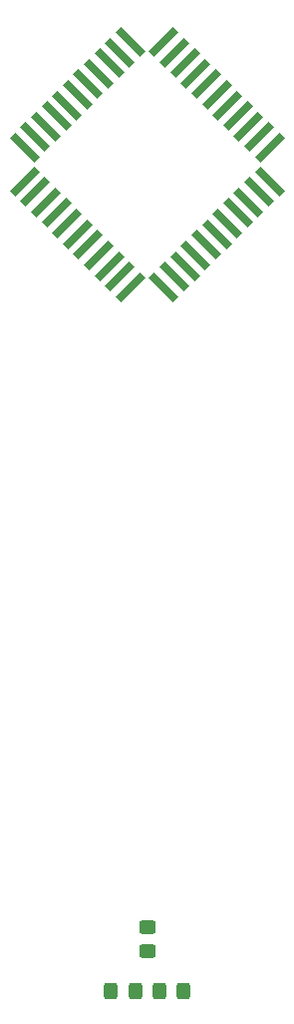
<source format=gbr>
G04 #@! TF.GenerationSoftware,KiCad,Pcbnew,6.0.9+dfsg-1*
G04 #@! TF.CreationDate,2022-12-29T08:22:08+02:00*
G04 #@! TF.ProjectId,ATF1502AS-EVB,41544631-3530-4324-9153-2d4556422e6b,rev?*
G04 #@! TF.SameCoordinates,PX75d6040PY9a0c090*
G04 #@! TF.FileFunction,Paste,Top*
G04 #@! TF.FilePolarity,Positive*
%FSLAX46Y46*%
G04 Gerber Fmt 4.6, Leading zero omitted, Abs format (unit mm)*
G04 Created by KiCad (PCBNEW 6.0.9+dfsg-1) date 2022-12-29 08:22:08*
%MOMM*%
%LPD*%
G01*
G04 APERTURE LIST*
G04 Aperture macros list*
%AMRoundRect*
0 Rectangle with rounded corners*
0 $1 Rounding radius*
0 $2 $3 $4 $5 $6 $7 $8 $9 X,Y pos of 4 corners*
0 Add a 4 corners polygon primitive as box body*
4,1,4,$2,$3,$4,$5,$6,$7,$8,$9,$2,$3,0*
0 Add four circle primitives for the rounded corners*
1,1,$1+$1,$2,$3*
1,1,$1+$1,$4,$5*
1,1,$1+$1,$6,$7*
1,1,$1+$1,$8,$9*
0 Add four rect primitives between the rounded corners*
20,1,$1+$1,$2,$3,$4,$5,0*
20,1,$1+$1,$4,$5,$6,$7,0*
20,1,$1+$1,$6,$7,$8,$9,0*
20,1,$1+$1,$8,$9,$2,$3,0*%
%AMRotRect*
0 Rectangle, with rotation*
0 The origin of the aperture is its center*
0 $1 length*
0 $2 width*
0 $3 Rotation angle, in degrees counterclockwise*
0 Add horizontal line*
21,1,$1,$2,0,0,$3*%
G04 Aperture macros list end*
%ADD10RoundRect,0.250000X0.325000X0.450000X-0.325000X0.450000X-0.325000X-0.450000X0.325000X-0.450000X0*%
%ADD11RoundRect,0.250000X0.450000X-0.325000X0.450000X0.325000X-0.450000X0.325000X-0.450000X-0.325000X0*%
%ADD12RoundRect,0.250000X-0.325000X-0.450000X0.325000X-0.450000X0.325000X0.450000X-0.325000X0.450000X0*%
%ADD13RotRect,0.700000X2.925000X315.000000*%
%ADD14RotRect,2.925000X0.700000X315.000000*%
G04 APERTURE END LIST*
D10*
X31768333Y9440000D03*
X29718333Y9440000D03*
D11*
X32790000Y12817500D03*
X32790000Y14867500D03*
D12*
X33811666Y9440000D03*
X35861666Y9440000D03*
D13*
X38703180Y85493180D03*
X37805155Y86391206D03*
X36907129Y87289232D03*
X36009104Y88187257D03*
X35111078Y89085283D03*
X34213052Y89983309D03*
D14*
X31366948Y89983309D03*
X30468922Y89085283D03*
X29570896Y88187257D03*
X28672871Y87289232D03*
X27774845Y86391206D03*
X26876820Y85493180D03*
X25978794Y84595155D03*
X25080768Y83697129D03*
X24182743Y82799104D03*
X23284717Y81901078D03*
X22386691Y81003052D03*
D13*
X22386691Y78156948D03*
X23284717Y77258922D03*
X24182743Y76360896D03*
X25080768Y75462871D03*
X25978794Y74564845D03*
X26876820Y73666820D03*
X27774845Y72768794D03*
X28672871Y71870768D03*
X29570896Y70972743D03*
X30468922Y70074717D03*
X31366948Y69176691D03*
D14*
X34213052Y69176691D03*
X35111078Y70074717D03*
X36009104Y70972743D03*
X36907129Y71870768D03*
X37805155Y72768794D03*
X38703180Y73666820D03*
X39601206Y74564845D03*
X40499232Y75462871D03*
X41397257Y76360896D03*
X42295283Y77258922D03*
X43193309Y78156948D03*
D13*
X43193309Y81003052D03*
X42295283Y81901078D03*
X41397257Y82799104D03*
X40499232Y83697129D03*
X39601206Y84595155D03*
M02*

</source>
